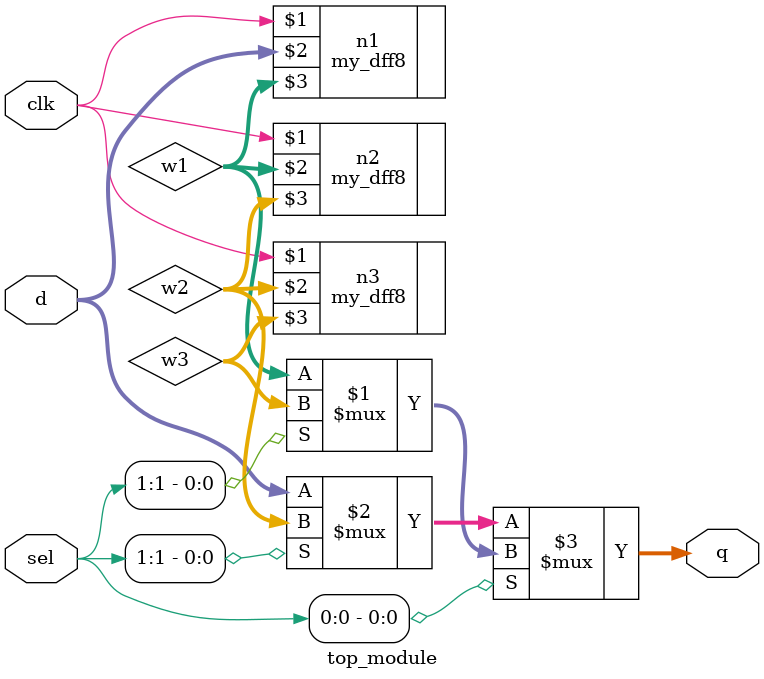
<source format=v>
module top_module ( 
    input clk, 
    input [7:0] d, 
    input [1:0] sel, 
    output [7:0] q 
);

    wire [7:0] w1;
    wire [7:0] w2;
    wire [7:0] w3;
    
    my_dff8 n1 (clk, d, w1);
    my_dff8 n2 (clk, w1, w2);
    my_dff8 n3 (clk, w2, w3);
    
    assign q = sel[0] ? (sel[1] ? w3 : w1) : (sel[1] ? w2 : d);
    
endmodule
</source>
